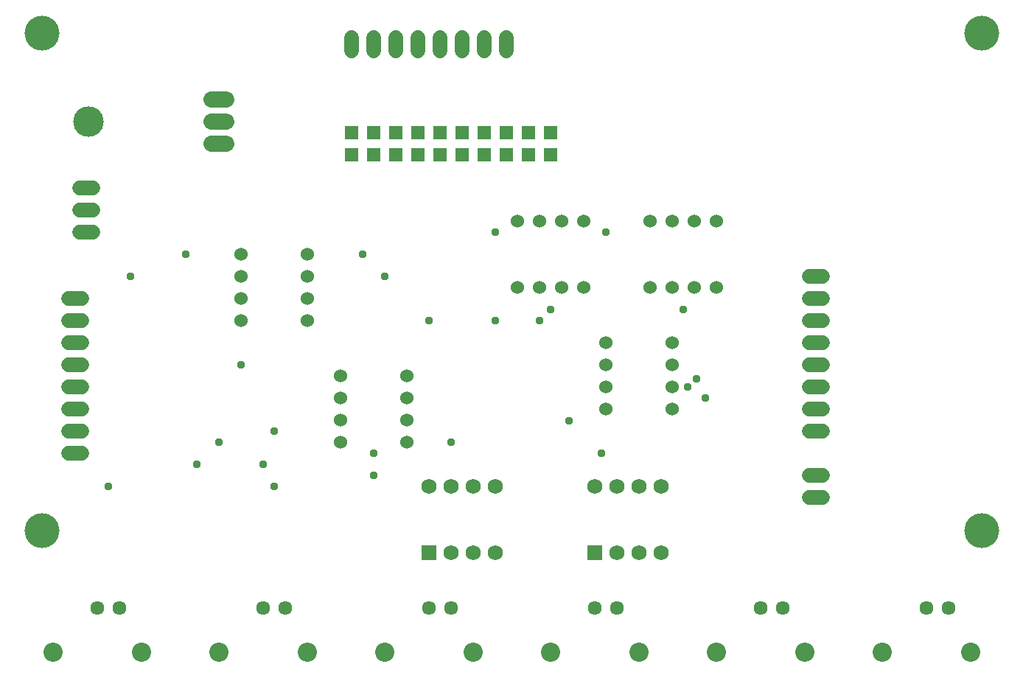
<source format=gbs>
G75*
%MOIN*%
%OFA0B0*%
%FSLAX25Y25*%
%IPPOS*%
%LPD*%
%AMOC8*
5,1,8,0,0,1.08239X$1,22.5*
%
%ADD10C,0.15750*%
%ADD11R,0.05950X0.05950*%
%ADD12C,0.06343*%
%ADD13C,0.08674*%
%ADD14C,0.06737*%
%ADD15C,0.07400*%
%ADD16C,0.13800*%
%ADD17R,0.06800X0.06800*%
%ADD18C,0.06800*%
%ADD19C,0.06000*%
%ADD20C,0.03778*%
D10*
X0011500Y0168506D03*
X0011500Y0393506D03*
X0436500Y0393506D03*
X0436500Y0168506D03*
D11*
X0241500Y0338506D03*
X0231500Y0338506D03*
X0221500Y0338506D03*
X0211500Y0338506D03*
X0201500Y0338506D03*
X0191500Y0338506D03*
X0181500Y0338506D03*
X0171500Y0338506D03*
X0161500Y0338506D03*
X0151500Y0338506D03*
X0151500Y0348506D03*
X0161500Y0348506D03*
X0171500Y0348506D03*
X0181500Y0348506D03*
X0191500Y0348506D03*
X0201500Y0348506D03*
X0211500Y0348506D03*
X0221500Y0348506D03*
X0231500Y0348506D03*
X0241500Y0348506D03*
D12*
X0261500Y0133506D03*
X0271500Y0133506D03*
X0336500Y0133506D03*
X0346500Y0133506D03*
X0411500Y0133506D03*
X0421500Y0133506D03*
X0196500Y0133506D03*
X0186500Y0133506D03*
X0121500Y0133506D03*
X0111500Y0133506D03*
X0046500Y0133506D03*
X0036500Y0133506D03*
D13*
X0016500Y0113506D03*
X0056500Y0113506D03*
X0091500Y0113506D03*
X0131500Y0113506D03*
X0166500Y0113506D03*
X0206500Y0113506D03*
X0241500Y0113506D03*
X0281500Y0113506D03*
X0316500Y0113506D03*
X0356500Y0113506D03*
X0391500Y0113506D03*
X0431500Y0113506D03*
D14*
X0364469Y0183506D02*
X0358531Y0183506D01*
X0358531Y0193506D02*
X0364469Y0193506D01*
X0364469Y0213506D02*
X0358531Y0213506D01*
X0358531Y0223506D02*
X0364469Y0223506D01*
X0364469Y0233506D02*
X0358531Y0233506D01*
X0358531Y0243506D02*
X0364469Y0243506D01*
X0364469Y0253506D02*
X0358531Y0253506D01*
X0358531Y0263506D02*
X0364469Y0263506D01*
X0364469Y0273506D02*
X0358531Y0273506D01*
X0358531Y0283506D02*
X0364469Y0283506D01*
X0221500Y0385538D02*
X0221500Y0391475D01*
X0211500Y0391475D02*
X0211500Y0385538D01*
X0201500Y0385538D02*
X0201500Y0391475D01*
X0191500Y0391475D02*
X0191500Y0385538D01*
X0181500Y0385538D02*
X0181500Y0391475D01*
X0171500Y0391475D02*
X0171500Y0385538D01*
X0161500Y0385538D02*
X0161500Y0391475D01*
X0151500Y0391475D02*
X0151500Y0385538D01*
X0034469Y0323506D02*
X0028531Y0323506D01*
X0028531Y0313506D02*
X0034469Y0313506D01*
X0034469Y0303506D02*
X0028531Y0303506D01*
X0029469Y0273506D02*
X0023531Y0273506D01*
X0023531Y0263506D02*
X0029469Y0263506D01*
X0029469Y0253506D02*
X0023531Y0253506D01*
X0023531Y0243506D02*
X0029469Y0243506D01*
X0029469Y0233506D02*
X0023531Y0233506D01*
X0023531Y0223506D02*
X0029469Y0223506D01*
X0029469Y0213506D02*
X0023531Y0213506D01*
X0023531Y0203506D02*
X0029469Y0203506D01*
D15*
X0088200Y0343506D02*
X0094800Y0343506D01*
X0094800Y0353506D02*
X0088200Y0353506D01*
X0088200Y0363506D02*
X0094800Y0363506D01*
D16*
X0032500Y0353506D03*
D17*
X0186500Y0158506D03*
X0261500Y0158506D03*
D18*
X0271500Y0158506D03*
X0281500Y0158506D03*
X0291500Y0158506D03*
X0291500Y0188506D03*
X0281500Y0188506D03*
X0271500Y0188506D03*
X0261500Y0188506D03*
X0216500Y0188506D03*
X0206500Y0188506D03*
X0196500Y0188506D03*
X0186500Y0188506D03*
X0196500Y0158506D03*
X0206500Y0158506D03*
X0216500Y0158506D03*
D19*
X0176500Y0208506D03*
X0176500Y0218506D03*
X0176500Y0228506D03*
X0176500Y0238506D03*
X0146500Y0238506D03*
X0146500Y0228506D03*
X0146500Y0218506D03*
X0146500Y0208506D03*
X0131500Y0263506D03*
X0131500Y0273506D03*
X0131500Y0283506D03*
X0131500Y0293506D03*
X0101500Y0293506D03*
X0101500Y0283506D03*
X0101500Y0273506D03*
X0101500Y0263506D03*
X0226500Y0278506D03*
X0236500Y0278506D03*
X0246500Y0278506D03*
X0256500Y0278506D03*
X0266500Y0253506D03*
X0266500Y0243506D03*
X0266500Y0233506D03*
X0266500Y0223506D03*
X0296500Y0223506D03*
X0296500Y0233506D03*
X0296500Y0243506D03*
X0296500Y0253506D03*
X0296500Y0278506D03*
X0286500Y0278506D03*
X0306500Y0278506D03*
X0316500Y0278506D03*
X0316500Y0308506D03*
X0306500Y0308506D03*
X0296500Y0308506D03*
X0286500Y0308506D03*
X0256500Y0308506D03*
X0246500Y0308506D03*
X0236500Y0308506D03*
X0226500Y0308506D03*
D20*
X0216500Y0303506D03*
X0241500Y0268506D03*
X0236500Y0263506D03*
X0216500Y0263506D03*
X0186500Y0263506D03*
X0166500Y0283506D03*
X0156500Y0293506D03*
X0101500Y0243506D03*
X0116500Y0213506D03*
X0111500Y0198506D03*
X0116500Y0188506D03*
X0091500Y0208506D03*
X0081500Y0198506D03*
X0041500Y0188506D03*
X0051500Y0283506D03*
X0076500Y0293506D03*
X0161500Y0203506D03*
X0161500Y0193506D03*
X0196500Y0208506D03*
X0249947Y0218281D03*
X0264500Y0203506D03*
X0303500Y0233506D03*
X0307760Y0237246D03*
X0311500Y0228506D03*
X0301500Y0268506D03*
X0266500Y0303506D03*
M02*

</source>
